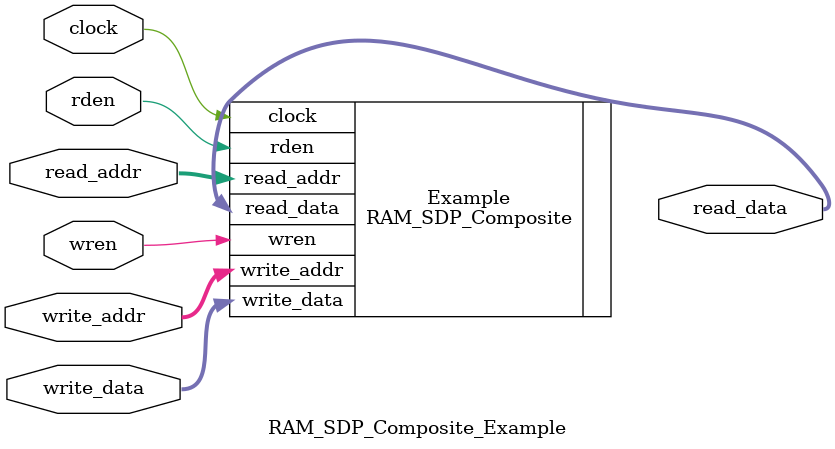
<source format=v>

`default_nettype none

module RAM_SDP_Composite_Example
#(
    parameter       WORD_WIDTH          = 36,
    parameter       ADDR_WIDTH          = 12,
    parameter       DEPTH               = 4096,
    parameter       RAMSTYLE            = "M10K",
    parameter       READ_NEW_DATA       = 0,
    parameter       USE_INIT_FILE       = 0,
    // Parameters for the individual sub-RAMs
    parameter       SUB_INIT_FILE       = "",
    parameter       SUB_ADDR_WIDTH      = 6,
    parameter       SUB_DEPTH           = 64
)
(
    input  wire                         clock,
    input  wire                         wren,
    input  wire     [ADDR_WIDTH-1:0]    write_addr,
    input  wire     [WORD_WIDTH-1:0]    write_data,
    input  wire                         rden,
    input  wire     [ADDR_WIDTH-1:0]    read_addr, 
    output reg      [WORD_WIDTH-1:0]    read_data
);

    RAM_SDP_Composite 
    #(
        .WORD_WIDTH     (WORD_WIDTH), 
        .ADDR_WIDTH     (ADDR_WIDTH),
        .DEPTH          (DEPTH),
        .RAMSTYLE       (RAMSTYLE),
        .READ_NEW_DATA  (READ_NEW_DATA),
        .USE_INIT_FILE  (USE_INIT_FILE),
        .SUB_INIT_FILE  (SUB_INIT_FILE),
        .SUB_ADDR_WIDTH (SUB_ADDR_WIDTH),
        .SUB_DEPTH      (SUB_DEPTH)
    )
    Example
    (
        .clock          (clock),
        .wren           (wren),
        .write_addr     (write_addr),
        .write_data     (write_data),
        .rden           (rden),
        .read_addr      (read_addr),
        .read_data      (read_data)
    );

endmodule


</source>
